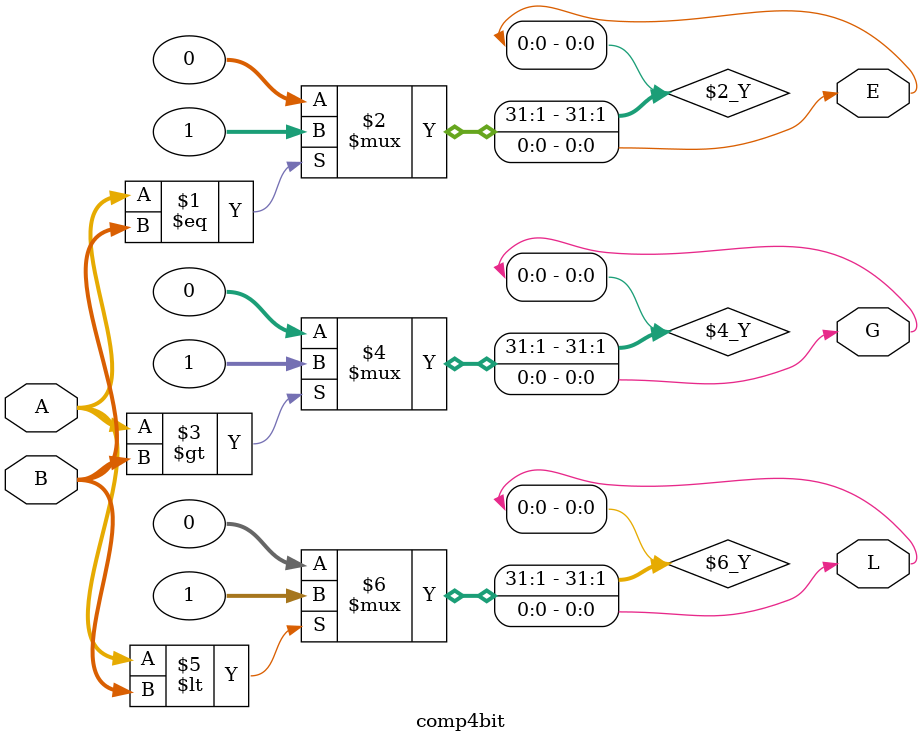
<source format=v>
`timescale 1ns / 1ps

// module COM_4bit(E,G,L,A,B);
//output E,G,L;
//input [3:0]A;
//input [3:0]B;
//wire E1,E2,G1,G2,L1,L2;
//comp2_bit C3(E1,G1,L1,A[0],A[1],B[0],B[1]);
//comp2_bit C4(E2,G2,L2,A[3],A[2],B[3],B[2]);
//assign E = E1&E2;
//assign L = L2|(E2&G1);
//assign G = G2|(E2&L1);



//endmodule
module comp4bit(E,G,L,A,B);
input [3:0] A,B;
output E,G,L;
assign E = (A==B) ? 1 : 0;
assign G = (A>B) ? 1 : 0;
assign L = (A<B) ? 1 : 0;
endmodule

</source>
